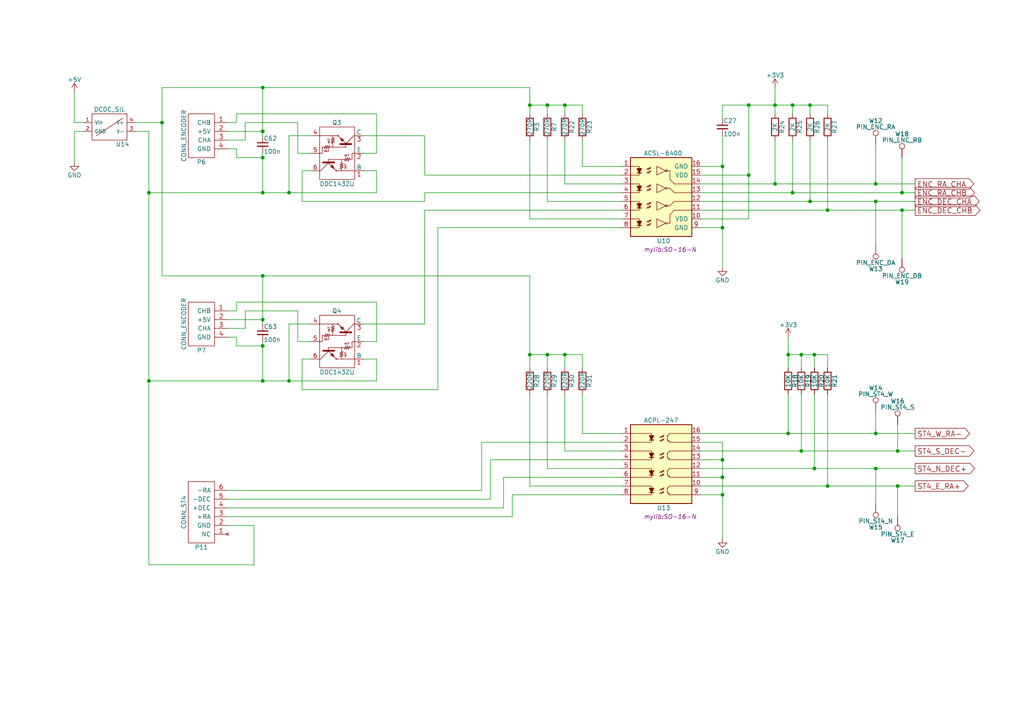
<source format=kicad_sch>
(kicad_sch (version 20231120) (generator "eeschema") (generator_version "8.0")
  (paper "A4")
  (lib_symbols
    (symbol "TEST4-rescue:+3.3V" (power) (pin_names (offset 0))
      (property "Value" "+3.3V" (at 0 3.556 0))
      (symbol "+3.3V_0_1"
        (polyline (pts (xy -0.762 1.27) (xy 0 2.54)))
        (polyline (pts (xy 0 0) (xy 0 2.54)))
        (polyline (pts (xy 0 2.54) (xy 0.762 1.27)))
      )
      (symbol "+3.3V_1_1"
        (pin power_in line (at 0 0 90) (length 0) hide (name "+3V3") (number "1"))
      )
    )
    (symbol "TEST4-rescue:+5V" (power) (pin_names (offset 0))
      (property "Value" "+5V" (at 0 3.556 0))
      (symbol "+5V_0_1"
        (polyline (pts (xy -0.762 1.27) (xy 0 2.54)))
        (polyline (pts (xy 0 0) (xy 0 2.54)))
        (polyline (pts (xy 0 2.54) (xy 0.762 1.27)))
      )
      (symbol "+5V_1_1"
        (pin power_in line (at 0 0 90) (length 0) hide (name "+5V") (number "1"))
      )
    )
    (symbol "TEST4-rescue:ACPL-247" (pin_names (offset 1.016))
      (property "Reference" "U" (at -1.27 -12.7 0))
      (property "Value" "ACPL-247" (at -5.08 12.7 0))
      (property "Footprint" "SO-16-N" (at -5.08 -15.24 0))
      (symbol "ACPL-247_0_1"
        (rectangle (start -8.89 11.43) (end 8.89 -11.43) (stroke (width 0.254)) (fill (type background)))
        (polyline (pts (xy -3.429 -8.255) (xy -2.159 -8.255)) (stroke (width 0.254)))
        (polyline (pts (xy -3.429 -3.175) (xy -2.159 -3.175)) (stroke (width 0.254)))
        (polyline (pts (xy -3.429 1.905) (xy -2.159 1.905)) (stroke (width 0.254)))
        (polyline (pts (xy -3.429 6.985) (xy -2.159 6.985)) (stroke (width 0.254)))
        (polyline (pts (xy 1.778 -6.858) (xy 1.778 -8.382)))
        (polyline (pts (xy 1.778 -1.778) (xy 1.778 -3.302)))
        (polyline (pts (xy 1.778 3.302) (xy 1.778 1.778)))
        (polyline (pts (xy 1.778 6.858) (xy 1.778 8.382)))
        (polyline (pts (xy 2.286 -8.382) (xy 2.286 -8.636) (xy 2.032 -8.636)))
        (polyline (pts (xy 2.286 -3.302) (xy 2.286 -3.556) (xy 2.032 -3.556)))
        (polyline (pts (xy 2.286 1.778) (xy 2.286 1.524) (xy 2.032 1.524)))
        (polyline (pts (xy 2.286 6.858) (xy 2.286 6.604) (xy 2.032 6.604)))
        (polyline (pts (xy -8.89 -6.35) (xy -2.794 -6.35) (xy -2.794 -8.89) (xy -8.89 -8.89)))
        (polyline (pts (xy -8.89 -1.27) (xy -2.794 -1.27) (xy -2.794 -3.81) (xy -8.89 -3.81)))
        (polyline (pts (xy -8.89 3.81) (xy -2.794 3.81) (xy -2.794 1.27) (xy -8.89 1.27)))
        (polyline (pts (xy -8.89 8.89) (xy -2.794 8.89) (xy -2.794 6.35) (xy -8.89 6.35)))
        (polyline (pts (xy -2.794 -8.255) (xy -3.429 -6.985) (xy -2.159 -6.985) (xy -2.794 -8.255)) (stroke (width 0.254)) (fill (type outline)))
        (polyline (pts (xy -2.794 -3.175) (xy -3.429 -1.905) (xy -2.159 -1.905) (xy -2.794 -3.175)) (stroke (width 0.254)) (fill (type outline)))
        (polyline (pts (xy -2.794 1.905) (xy -3.429 3.175) (xy -2.159 3.175) (xy -2.794 1.905)) (stroke (width 0.254)) (fill (type outline)))
        (polyline (pts (xy -2.794 6.985) (xy -3.429 8.255) (xy -2.159 8.255) (xy -2.794 6.985)) (stroke (width 0.254)) (fill (type outline)))
        (polyline (pts (xy -0.508 -7.62) (xy 0.0254 -7.112) (xy 0.0254 -7.62) (xy 0.7874 -6.858)))
        (polyline (pts (xy -0.508 -2.54) (xy 0.0254 -2.032) (xy 0.0254 -2.54) (xy 0.7874 -1.778)))
        (polyline (pts (xy -0.508 2.54) (xy 0.0254 3.048) (xy 0.0254 2.54) (xy 0.7874 3.302)))
        (polyline (pts (xy -0.508 7.62) (xy 0.0254 8.128) (xy 0.0254 7.62) (xy 0.7874 8.382)))
        (polyline (pts (xy 0.7874 -6.858) (xy 0.2794 -7.112) (xy 0.5334 -7.366) (xy 0.7874 -6.858)))
        (polyline (pts (xy 0.7874 -1.778) (xy 0.2794 -2.032) (xy 0.5334 -2.286) (xy 0.7874 -1.778)))
        (polyline (pts (xy 0.7874 3.302) (xy 0.2794 3.048) (xy 0.5334 2.794) (xy 0.7874 3.302)))
        (polyline (pts (xy 0.7874 8.382) (xy 0.2794 8.128) (xy 0.5334 7.874) (xy 0.7874 8.382)))
        (polyline (pts (xy 1.778 2.032) (xy 2.286 1.524) (xy 2.286 1.27) (xy 8.89 1.27)))
        (polyline (pts (xy 1.778 3.048) (xy 2.286 3.556) (xy 2.286 3.81) (xy 8.89 3.81)))
        (polyline (pts (xy 8.89 -8.89) (xy 2.286 -8.89) (xy 2.286 -8.636) (xy 1.778 -8.128)))
        (polyline (pts (xy 8.89 -6.35) (xy 2.286 -6.35) (xy 2.286 -6.604) (xy 1.778 -7.112)))
        (polyline (pts (xy 8.89 -3.81) (xy 2.286 -3.81) (xy 2.286 -3.556) (xy 1.778 -3.048)))
        (polyline (pts (xy 8.89 -1.27) (xy 2.286 -1.27) (xy 2.286 -1.524) (xy 1.778 -2.032)))
        (polyline (pts (xy 8.89 6.35) (xy 2.286 6.35) (xy 2.286 6.604) (xy 1.778 7.112)))
        (polyline (pts (xy 8.89 8.89) (xy 2.286 8.89) (xy 2.286 8.636) (xy 1.778 8.128)))
        (polyline (pts (xy -0.508 -8.636) (xy 0.0254 -8.128) (xy 0.0254 -8.636) (xy 0.7874 -7.874) (xy 0.2794 -8.128) (xy 0.5334 -8.382) (xy 0.7874 -7.874)))
        (polyline (pts (xy -0.508 -3.556) (xy 0.0254 -3.048) (xy 0.0254 -3.556) (xy 0.7874 -2.794) (xy 0.2794 -3.048) (xy 0.5334 -3.302) (xy 0.7874 -2.794)))
        (polyline (pts (xy -0.508 1.524) (xy 0.0254 2.032) (xy 0.0254 1.524) (xy 0.7874 2.286) (xy 0.2794 2.032) (xy 0.5334 1.778) (xy 0.7874 2.286)))
        (polyline (pts (xy -0.508 6.604) (xy 0.0254 7.112) (xy 0.0254 6.604) (xy 0.7874 7.366) (xy 0.2794 7.112) (xy 0.5334 6.858) (xy 0.7874 7.366)))
      )
      (symbol "ACPL-247_1_1"
        (pin passive line (at -11.43 8.89 0) (length 2.54) (name "~") (number "1"))
        (pin passive line (at 11.43 -6.35 180) (length 2.54) (name "~") (number "10"))
        (pin passive line (at 11.43 -3.81 180) (length 2.54) (name "~") (number "11"))
        (pin passive line (at 11.43 -1.27 180) (length 2.54) (name "~") (number "12"))
        (pin passive line (at 11.43 1.27 180) (length 2.54) (name "~") (number "13"))
        (pin passive line (at 11.43 3.81 180) (length 2.54) (name "~") (number "14"))
        (pin passive line (at 11.43 6.35 180) (length 2.54) (name "~") (number "15"))
        (pin passive line (at 11.43 8.89 180) (length 2.54) (name "~") (number "16"))
        (pin passive line (at -11.43 6.35 0) (length 2.54) (name "~") (number "2"))
        (pin passive line (at -11.43 3.81 0) (length 2.54) (name "~") (number "3"))
        (pin passive line (at -11.43 1.27 0) (length 2.54) (name "~") (number "4"))
        (pin passive line (at -11.43 -1.27 0) (length 2.54) (name "~") (number "5"))
        (pin passive line (at -11.43 -3.81 0) (length 2.54) (name "~") (number "6"))
        (pin passive line (at -11.43 -6.35 0) (length 2.54) (name "~") (number "7"))
        (pin passive line (at -11.43 -8.89 0) (length 2.54) (name "~") (number "8"))
        (pin passive line (at 11.43 -8.89 180) (length 2.54) (name "~") (number "9"))
      )
    )
    (symbol "TEST4-rescue:ACSL-6400" (pin_names (offset 1.016))
      (property "Reference" "U" (at -1.27 -12.7 0))
      (property "Value" "ACSL-6400" (at -5.08 12.7 0))
      (property "Footprint" "SO-16-N" (at -5.08 -15.24 0))
      (symbol "ACSL-6400_0_1"
        (rectangle (start -8.89 11.43) (end 8.89 -11.43) (stroke (width 0.254)) (fill (type background)))
        (polyline (pts (xy -6.985 -8.255) (xy -5.715 -8.255)) (stroke (width 0.254)))
        (polyline (pts (xy -6.985 -3.175) (xy -5.715 -3.175)) (stroke (width 0.254)))
        (polyline (pts (xy -6.985 1.905) (xy -5.715 1.905)) (stroke (width 0.254)))
        (polyline (pts (xy -6.985 6.985) (xy -5.715 6.985)) (stroke (width 0.254)))
        (polyline (pts (xy -8.89 -6.35) (xy -6.35 -6.35) (xy -6.35 -8.89) (xy -8.89 -8.89)))
        (polyline (pts (xy -8.89 -1.27) (xy -6.35 -1.27) (xy -6.35 -3.81) (xy -8.89 -3.81)))
        (polyline (pts (xy -8.89 3.81) (xy -6.35 3.81) (xy -6.35 1.27) (xy -8.89 1.27)))
        (polyline (pts (xy -8.89 8.89) (xy -6.35 8.89) (xy -6.35 6.35) (xy -8.89 6.35)))
        (polyline (pts (xy -6.35 -8.255) (xy -6.985 -6.985) (xy -5.715 -6.985) (xy -6.35 -8.255)) (stroke (width 0.254)) (fill (type outline)))
        (polyline (pts (xy -6.35 -3.175) (xy -6.985 -1.905) (xy -5.715 -1.905) (xy -6.35 -3.175)) (stroke (width 0.254)) (fill (type outline)))
        (polyline (pts (xy -6.35 1.905) (xy -6.985 3.175) (xy -5.715 3.175) (xy -6.35 1.905)) (stroke (width 0.254)) (fill (type outline)))
        (polyline (pts (xy -6.35 6.985) (xy -6.985 8.255) (xy -5.715 8.255) (xy -6.35 6.985)) (stroke (width 0.254)) (fill (type outline)))
        (polyline (pts (xy -4.318 -7.366) (xy -3.7846 -6.858) (xy -3.7846 -7.366) (xy -3.0226 -6.604)))
        (polyline (pts (xy -4.318 -2.286) (xy -3.7846 -1.778) (xy -3.7846 -2.286) (xy -3.0226 -1.524)))
        (polyline (pts (xy -4.318 2.794) (xy -3.7846 3.302) (xy -3.7846 2.794) (xy -3.0226 3.556)))
        (polyline (pts (xy -4.318 7.874) (xy -3.7846 8.382) (xy -3.7846 7.874) (xy -3.0226 8.636)))
        (polyline (pts (xy -3.0226 -6.604) (xy -3.5306 -6.858) (xy -3.2766 -7.112) (xy -3.0226 -6.604)))
        (polyline (pts (xy -3.0226 -1.524) (xy -3.5306 -1.778) (xy -3.2766 -2.032) (xy -3.0226 -1.524)))
        (polyline (pts (xy -3.0226 3.556) (xy -3.5306 3.302) (xy -3.2766 3.048) (xy -3.0226 3.556)))
        (polyline (pts (xy -3.0226 8.636) (xy -3.5306 8.382) (xy -3.2766 8.128) (xy -3.0226 8.636)))
        (polyline (pts (xy -1.27 -6.35) (xy -1.27 -8.89) (xy 1.27 -7.62) (xy -1.27 -6.35)))
        (polyline (pts (xy -1.27 -1.27) (xy -1.27 -3.81) (xy 1.27 -2.54) (xy -1.27 -1.27)))
        (polyline (pts (xy -1.27 3.81) (xy 1.27 2.54) (xy -1.27 1.27) (xy -1.27 3.81)))
        (polyline (pts (xy -1.27 8.89) (xy -1.27 6.35) (xy 1.27 7.62) (xy -1.27 8.89)))
        (polyline (pts (xy 1.778 -2.54) (xy 2.54 -2.54) (xy 3.81 -1.27) (xy 8.89 -1.27)))
        (polyline (pts (xy 1.778 2.54) (xy 2.54 2.54) (xy 3.81 1.27) (xy 8.89 1.27)))
        (polyline (pts (xy 1.778 -7.62) (xy 2.54 -7.62) (xy 2.54 -5.08) (xy 3.81 -3.81) (xy 8.89 -3.81)))
        (polyline (pts (xy 1.778 7.62) (xy 2.54 7.62) (xy 2.54 5.08) (xy 3.81 3.81) (xy 8.89 3.81)))
        (polyline (pts (xy -4.318 -8.382) (xy -3.7846 -7.874) (xy -3.7846 -8.382) (xy -3.0226 -7.62) (xy -3.5306 -7.874) (xy -3.2766 -8.128) (xy -3.0226 -7.62)))
        (polyline (pts (xy -4.318 -3.302) (xy -3.7846 -2.794) (xy -3.7846 -3.302) (xy -3.0226 -2.54) (xy -3.5306 -2.794) (xy -3.2766 -3.048) (xy -3.0226 -2.54)))
        (polyline (pts (xy -4.318 1.778) (xy -3.7846 2.286) (xy -3.7846 1.778) (xy -3.0226 2.54) (xy -3.5306 2.286) (xy -3.2766 2.032) (xy -3.0226 2.54)))
        (polyline (pts (xy -4.318 6.858) (xy -3.7846 7.366) (xy -3.7846 6.858) (xy -3.0226 7.62) (xy -3.5306 7.366) (xy -3.2766 7.112) (xy -3.0226 7.62)))
        (circle (center 1.524 -7.62) (radius 0.254))
        (circle (center 1.524 -2.54) (radius 0.254))
        (circle (center 1.524 -2.54) (radius 0.254))
        (circle (center 1.524 2.54) (radius 0.254))
        (circle (center 1.524 7.62) (radius 0.254))
        (circle (center 1.524 7.62) (radius 0.254))
      )
      (symbol "ACSL-6400_1_1"
        (pin passive line (at -11.43 8.89 0) (length 2.54) (name "~") (number "1"))
        (pin power_in line (at 11.43 -6.35 180) (length 2.54) (name "VDD") (number "10"))
        (pin output line (at 11.43 -3.81 180) (length 2.54) (name "~") (number "11"))
        (pin output line (at 11.43 -1.27 180) (length 2.54) (name "~") (number "12"))
        (pin output line (at 11.43 1.27 180) (length 2.54) (name "~") (number "13"))
        (pin output line (at 11.43 3.81 180) (length 2.54) (name "~") (number "14"))
        (pin power_in line (at 11.43 6.35 180) (length 2.54) (name "VDD") (number "15"))
        (pin power_in line (at 11.43 8.89 180) (length 2.54) (name "GND") (number "16"))
        (pin passive line (at -11.43 6.35 0) (length 2.54) (name "~") (number "2"))
        (pin passive line (at -11.43 3.81 0) (length 2.54) (name "~") (number "3"))
        (pin passive line (at -11.43 1.27 0) (length 2.54) (name "~") (number "4"))
        (pin passive line (at -11.43 -1.27 0) (length 2.54) (name "~") (number "5"))
        (pin passive line (at -11.43 -3.81 0) (length 2.54) (name "~") (number "6"))
        (pin passive line (at -11.43 -6.35 0) (length 2.54) (name "~") (number "7"))
        (pin passive line (at -11.43 -8.89 0) (length 2.54) (name "~") (number "8"))
        (pin power_in line (at 11.43 -8.89 180) (length 2.54) (name "GND") (number "9"))
      )
    )
    (symbol "TEST4-rescue:CONN_ENCODER" (pin_names (offset 1.016))
      (property "Reference" "P" (at 0 -7.62 0))
      (property "Value" "CONN_ENCODER" (at -5.08 0 90))
      (symbol "CONN_ENCODER_0_1"
        (rectangle (start -3.81 6.35) (end 3.81 -6.35))
      )
      (symbol "CONN_ENCODER_1_1"
        (pin output line (at 7.62 3.81 180) (length 3.81) (name "CHB") (number "1"))
        (pin power_in line (at 7.62 1.27 180) (length 3.81) (name "+5V") (number "2"))
        (pin output line (at 7.62 -1.27 180) (length 3.81) (name "CHA") (number "3"))
        (pin power_in line (at 7.62 -3.81 180) (length 3.81) (name "GND") (number "4"))
      )
    )
    (symbol "TEST4-rescue:CONN_ST4" (pin_names (offset 1.016))
      (property "Reference" "P" (at 0 -10.16 0))
      (property "Value" "CONN_ST4" (at -5.08 0 90))
      (symbol "CONN_ST4_0_1"
        (rectangle (start -3.81 8.89) (end 3.81 -8.89))
      )
      (symbol "CONN_ST4_1_1"
        (pin no_connect line (at 7.62 -6.35 180) (length 3.81) (name "NC") (number "1"))
        (pin power_in line (at 7.62 -3.81 180) (length 3.81) (name "GND") (number "2"))
        (pin output line (at 7.62 -1.27 180) (length 3.81) (name "+RA") (number "3"))
        (pin output line (at 7.62 1.27 180) (length 3.81) (name "+DEC") (number "4"))
        (pin output line (at 7.62 3.81 180) (length 3.81) (name "-DEC") (number "5"))
        (pin output line (at 7.62 6.35 180) (length 3.81) (name "-RA") (number "6"))
      )
    )
    (symbol "TEST4-rescue:C_Small" (pin_numbers hide) (pin_names (offset 0.254) hide)
      (property "Reference" "C" (at 0.254 1.778 0))
      (property "Value" "C_Small" (at 0.254 -2.032 0))
      (symbol "C_Small_0_1"
        (polyline (pts (xy -1.524 -0.508) (xy 1.524 -0.508)) (stroke (width 0.3302)))
        (polyline (pts (xy -1.524 0.508) (xy 1.524 0.508)) (stroke (width 0.3048)))
      )
      (symbol "C_Small_1_1"
        (pin passive line (at 0 2.54 270) (length 2.032) (name "~") (number "1"))
        (pin passive line (at 0 -2.54 90) (length 2.032) (name "~") (number "2"))
      )
    )
    (symbol "TEST4-rescue:DCDC_SIL" (pin_names (offset 0.762))
      (property "Reference" "U" (at 3.81 -4.9784 0))
      (property "Value" "DCDC_SIL" (at 0 5.08 0))
      (symbol "DCDC_SIL_0_1"
        (rectangle (start -5.08 -3.81) (end 5.08 3.81))
        (polyline (pts (xy 3.81 2.54) (xy -3.81 -2.54)))
      )
      (symbol "DCDC_SIL_1_1"
        (pin power_in line (at -7.62 1.27 0) (length 2.54) (name "Vin") (number "1"))
        (pin power_in line (at -7.62 -1.27 0) (length 2.54) (name "GND") (number "2"))
        (pin power_out line (at 7.62 -1.27 180) (length 2.54) (name "V-") (number "3"))
        (pin power_out line (at 7.62 1.27 180) (length 2.54) (name "V+") (number "4"))
      )
    )
    (symbol "TEST4-rescue:DDC143ZU" (pin_names (offset 0))
      (property "Reference" "Q" (at -1.27 -8.89 0))
      (property "Value" "DDC143ZU" (at -5.08 8.89 0))
      (symbol "DDC143ZU_0_0"
        (text "4k7" (at -2.794 0.635 0) (effects (font (size 0.508 0.508))))
        (text "4k7" (at -2.413 3.81 900) (effects (font (size 0.508 0.508))))
        (text "4k7" (at 2.413 -3.556 900) (effects (font (size 0.508 0.508))))
        (text "4k7" (at 3.048 -0.635 0) (effects (font (size 0.508 0.508))))
      )
      (symbol "DDC143ZU_0_1"
        (rectangle (start -5.08 7.62) (end 5.08 -7.62))
        (circle (center -0.254 -5.08) (radius 0.127))
        (polyline (pts (xy -4.826 -5.08) (xy -5.08 -5.08)))
        (polyline (pts (xy -4.064 -2.667) (xy -0.889 -2.667)) (stroke (width 0.508)) (fill (type outline)))
        (polyline (pts (xy -2.54 -1.778) (xy -2.54 -2.54)))
        (polyline (pts (xy -2.286 -2.54) (xy -4.826 -5.08)))
        (polyline (pts (xy -1.27 1.778) (xy -1.27 3.048)))
        (polyline (pts (xy -0.254 -5.08) (xy 5.08 -5.08)))
        (polyline (pts (xy 0.254 5.08) (xy -5.08 5.08)))
        (polyline (pts (xy 1.27 -3.048) (xy 1.27 -1.778)))
        (polyline (pts (xy 2.286 2.54) (xy 4.826 5.08)))
        (polyline (pts (xy 2.54 1.778) (xy 2.54 2.54)))
        (polyline (pts (xy 4.064 2.667) (xy 0.889 2.667)) (stroke (width 0.508)) (fill (type outline)))
        (polyline (pts (xy 4.826 5.08) (xy 5.08 5.08)))
        (polyline (pts (xy -4.318 1.778) (xy -4.318 0) (xy -5.08 0)))
        (polyline (pts (xy -0.254 -5.08) (xy -2.794 -2.54) (xy -2.794 -2.54)))
        (polyline (pts (xy 0.254 5.08) (xy 2.794 2.54) (xy 2.794 2.54)))
        (polyline (pts (xy 5.08 0) (xy 4.318 0) (xy 4.318 -1.778)))
        (polyline (pts (xy -1.397 -3.429) (xy -1.905 -3.937) (xy -0.889 -4.445) (xy -1.397 -3.429)) (fill (type outline)))
        (polyline (pts (xy 1.397 3.429) (xy 1.905 3.937) (xy 0.889 4.445) (xy 1.397 3.429)) (fill (type outline)))
        (polyline (pts (xy -1.27 5.08) (xy -1.27 4.445) (xy -0.762 4.318) (xy -1.778 4.064) (xy -0.762 3.81) (xy -1.778 3.556) (xy -0.762 3.302) (xy -1.778 3.048) (xy -1.27 2.921)))
        (polyline (pts (xy 1.27 -5.08) (xy 1.27 -4.445) (xy 0.762 -4.318) (xy 1.778 -4.064) (xy 0.762 -3.81) (xy 1.778 -3.556) (xy 0.762 -3.302) (xy 1.778 -3.048) (xy 1.27 -2.921)))
        (polyline (pts (xy -4.318 1.778) (xy -3.683 1.778) (xy -3.556 1.27) (xy -3.302 2.286) (xy -3.048 1.27) (xy -2.794 2.286) (xy -2.54 1.27) (xy -2.286 2.286) (xy -2.159 1.778) (xy 2.54 1.778)))
        (polyline (pts (xy 4.318 -1.778) (xy 3.683 -1.778) (xy 3.556 -1.27) (xy 3.302 -2.286) (xy 3.048 -1.27) (xy 2.794 -2.286) (xy 2.54 -1.27) (xy 2.286 -2.286) (xy 2.159 -1.778) (xy -2.54 -1.778)))
        (circle (center 0.254 5.08) (radius 0.127))
      )
      (symbol "DDC143ZU_1_1"
        (pin input line (at -7.62 5.08 0) (length 2.54) (name "B") (number "1"))
        (pin passive line (at -7.62 0 0) (length 2.54) (name "E") (number "2"))
        (pin passive line (at -7.62 -5.08 0) (length 2.54) (name "C") (number "3"))
        (pin passive line (at 7.62 -5.08 180) (length 2.54) (name "~") (number "4"))
        (pin passive line (at 7.62 0 180) (length 2.54) (name "~") (number "5"))
        (pin passive line (at 7.62 5.08 180) (length 2.54) (name "~") (number "6"))
      )
    )
    (symbol "TEST4-rescue:GND" (power) (pin_names (offset 0))
      (property "Value" "GND" (at 0 -3.81 0))
      (symbol "GND_0_1"
        (polyline (pts (xy 0 0) (xy 0 -1.27) (xy 1.27 -1.27) (xy 0 -2.54) (xy -1.27 -1.27) (xy 0 -1.27)))
      )
      (symbol "GND_1_1"
        (pin power_in line (at 0 0 270) (length 0) hide (name "GND") (number "1"))
      )
    )
    (symbol "TEST4-rescue:R" (pin_numbers hide) (pin_names (offset 0))
      (property "Reference" "R" (at 2.032 0 90))
      (property "Value" "R" (at 0 0 90))
      (symbol "R_0_1"
        (rectangle (start -1.016 -2.54) (end 1.016 2.54) (stroke (width 0.254)))
      )
      (symbol "R_1_1"
        (pin passive line (at 0 3.81 270) (length 1.27) (name "~") (number "1"))
        (pin passive line (at 0 -3.81 90) (length 1.27) (name "~") (number "2"))
      )
    )
    (symbol "TEST4-rescue:TEST_1P" (pin_numbers hide) (pin_names (offset 0.762) hide)
      (property "Reference" "W" (at 0 6.858 0))
      (property "Value" "TEST_1P" (at 0 5.08 0))
      (symbol "TEST_1P_0_1"
        (circle (center 0 3.302) (radius 0.762))
      )
      (symbol "TEST_1P_1_1"
        (pin passive line (at 0 0 90) (length 2.54) (name "1") (number "1"))
      )
    )
  )
  (junction (at 254 58.42))
  (junction (at 261.62 60.96))
  (junction (at 83.82 110.49))
  (junction (at 158.75 102.87))
  (junction (at 76.2 45.72))
  (junction (at 76.2 55.88))
  (junction (at 228.6 125.73))
  (junction (at 232.41 102.87))
  (junction (at 209.55 133.35))
  (junction (at 254 53.34))
  (junction (at 158.75 30.48))
  (junction (at 217.17 50.8))
  (junction (at 229.87 30.48))
  (junction (at 217.17 30.48))
  (junction (at 46.99 35.56))
  (junction (at 234.95 58.42))
  (junction (at 240.03 60.96))
  (junction (at 153.67 102.87))
  (junction (at 261.62 55.88))
  (junction (at 153.67 30.48))
  (junction (at 43.18 55.88))
  (junction (at 76.2 25.4))
  (junction (at 254 135.89))
  (junction (at 209.55 66.04))
  (junction (at 76.2 110.49))
  (junction (at 76.2 100.33))
  (junction (at 228.6 102.87))
  (junction (at 209.55 48.26))
  (junction (at 260.35 140.97))
  (junction (at 76.2 92.71))
  (junction (at 254 125.73))
  (junction (at 234.95 30.48))
  (junction (at 76.2 80.01))
  (junction (at 232.41 130.81))
  (junction (at 236.22 135.89))
  (junction (at 209.55 143.51))
  (junction (at 236.22 102.87))
  (junction (at 240.03 140.97))
  (junction (at 43.18 110.49))
  (junction (at 163.83 102.87))
  (junction (at 224.79 30.48))
  (junction (at 260.35 130.81))
  (junction (at 83.82 55.88))
  (junction (at 224.79 53.34))
  (junction (at 229.87 55.88))
  (junction (at 76.2 38.1))
  (junction (at 209.55 138.43))
  (junction (at 163.83 30.48))
  (wire (pts (xy 232.41 102.87) (xy 232.41 106.68)))
  (wire (pts (xy 123.19 60.96) (xy 180.34 60.96)))
  (wire (pts (xy 209.55 66.04) (xy 209.55 77.47)))
  (wire (pts (xy 76.2 25.4) (xy 153.67 25.4)))
  (wire (pts (xy 217.17 50.8) (xy 203.2 50.8)))
  (wire (pts (xy 66.04 90.17) (xy 68.58 90.17)))
  (wire (pts (xy 158.75 135.89) (xy 180.34 135.89)))
  (wire (pts (xy 163.83 130.81) (xy 180.34 130.81)))
  (wire (pts (xy 83.82 55.88) (xy 76.2 55.88)))
  (wire (pts (xy 240.03 114.3) (xy 240.03 140.97)))
  (wire (pts (xy 105.41 104.14) (xy 109.22 104.14)))
  (wire (pts (xy 240.03 40.64) (xy 240.03 60.96)))
  (wire (pts (xy 76.2 110.49) (xy 43.18 110.49)))
  (wire (pts (xy 163.83 33.02) (xy 163.83 30.48)))
  (wire (pts (xy 90.17 104.14) (xy 87.63 104.14)))
  (wire (pts (xy 127 66.04) (xy 127 113.03)))
  (wire (pts (xy 180.34 66.04) (xy 127 66.04)))
  (wire (pts (xy 153.67 102.87) (xy 158.75 102.87)))
  (wire (pts (xy 261.62 60.96) (xy 265.43 60.96)))
  (wire (pts (xy 109.22 55.88) (xy 83.82 55.88)))
  (wire (pts (xy 76.2 45.72) (xy 76.2 55.88)))
  (wire (pts (xy 68.58 43.18) (xy 68.58 45.72)))
  (wire (pts (xy 146.05 147.32) (xy 146.05 138.43)))
  (wire (pts (xy 229.87 55.88) (xy 261.62 55.88)))
  (wire (pts (xy 109.22 104.14) (xy 109.22 110.49)))
  (wire (pts (xy 109.22 44.45) (xy 105.41 44.45)))
  (wire (pts (xy 68.58 90.17) (xy 68.58 87.63)))
  (wire (pts (xy 228.6 102.87) (xy 232.41 102.87)))
  (wire (pts (xy 83.82 93.98) (xy 83.82 110.49)))
  (wire (pts (xy 163.83 53.34) (xy 180.34 53.34)))
  (wire (pts (xy 224.79 25.4) (xy 224.79 30.48)))
  (wire (pts (xy 24.13 38.1) (xy 21.59 38.1)))
  (wire (pts (xy 209.55 66.04) (xy 203.2 66.04)))
  (wire (pts (xy 87.63 49.53) (xy 87.63 58.42)))
  (wire (pts (xy 109.22 33.02) (xy 68.58 33.02)))
  (wire (pts (xy 146.05 138.43) (xy 180.34 138.43)))
  (wire (pts (xy 234.95 40.64) (xy 234.95 58.42)))
  (wire (pts (xy 46.99 35.56) (xy 46.99 80.01)))
  (wire (pts (xy 153.67 80.01) (xy 153.67 102.87)))
  (wire (pts (xy 123.19 39.37) (xy 123.19 50.8)))
  (wire (pts (xy 209.55 30.48) (xy 217.17 30.48)))
  (wire (pts (xy 76.2 44.45) (xy 76.2 45.72)))
  (wire (pts (xy 203.2 143.51) (xy 209.55 143.51)))
  (wire (pts (xy 261.62 55.88) (xy 265.43 55.88)))
  (wire (pts (xy 158.75 114.3) (xy 158.75 135.89)))
  (wire (pts (xy 109.22 110.49) (xy 83.82 110.49)))
  (wire (pts (xy 43.18 163.83) (xy 73.66 163.83)))
  (wire (pts (xy 229.87 30.48) (xy 234.95 30.48)))
  (wire (pts (xy 109.22 99.06) (xy 105.41 99.06)))
  (wire (pts (xy 142.24 133.35) (xy 180.34 133.35)))
  (wire (pts (xy 76.2 80.01) (xy 153.67 80.01)))
  (wire (pts (xy 203.2 130.81) (xy 232.41 130.81)))
  (wire (pts (xy 76.2 92.71) (xy 76.2 93.98)))
  (wire (pts (xy 224.79 30.48) (xy 224.79 33.02)))
  (wire (pts (xy 148.59 143.51) (xy 180.34 143.51)))
  (wire (pts (xy 240.03 60.96) (xy 261.62 60.96)))
  (wire (pts (xy 109.22 87.63) (xy 109.22 99.06)))
  (wire (pts (xy 153.67 102.87) (xy 153.67 106.68)))
  (wire (pts (xy 254 71.12) (xy 254 58.42)))
  (wire (pts (xy 254 119.38) (xy 254 125.73)))
  (wire (pts (xy 203.2 133.35) (xy 209.55 133.35)))
  (wire (pts (xy 254 53.34) (xy 265.43 53.34)))
  (wire (pts (xy 71.12 95.25) (xy 71.12 90.17)))
  (wire (pts (xy 217.17 30.48) (xy 217.17 50.8)))
  (wire (pts (xy 87.63 113.03) (xy 127 113.03)))
  (wire (pts (xy 240.03 30.48) (xy 240.03 33.02)))
  (wire (pts (xy 217.17 50.8) (xy 217.17 63.5)))
  (wire (pts (xy 68.58 100.33) (xy 68.58 97.79)))
  (wire (pts (xy 66.04 149.86) (xy 148.59 149.86)))
  (wire (pts (xy 158.75 102.87) (xy 163.83 102.87)))
  (wire (pts (xy 240.03 140.97) (xy 260.35 140.97)))
  (wire (pts (xy 180.34 48.26) (xy 168.91 48.26)))
  (wire (pts (xy 229.87 30.48) (xy 229.87 33.02)))
  (wire (pts (xy 21.59 35.56) (xy 24.13 35.56)))
  (wire (pts (xy 217.17 63.5) (xy 203.2 63.5)))
  (wire (pts (xy 66.04 152.4) (xy 73.66 152.4)))
  (wire (pts (xy 209.55 128.27) (xy 209.55 133.35)))
  (wire (pts (xy 163.83 102.87) (xy 163.83 106.68)))
  (wire (pts (xy 153.67 25.4) (xy 153.67 30.48)))
  (wire (pts (xy 66.04 142.24) (xy 139.7 142.24)))
  (wire (pts (xy 234.95 30.48) (xy 234.95 33.02)))
  (wire (pts (xy 209.55 48.26) (xy 209.55 66.04)))
  (wire (pts (xy 83.82 110.49) (xy 76.2 110.49)))
  (wire (pts (xy 158.75 30.48) (xy 158.75 33.02)))
  (wire (pts (xy 46.99 25.4) (xy 46.99 35.56)))
  (wire (pts (xy 260.35 123.19) (xy 260.35 130.81)))
  (wire (pts (xy 21.59 38.1) (xy 21.59 46.99)))
  (wire (pts (xy 86.36 90.17) (xy 86.36 99.06)))
  (wire (pts (xy 86.36 44.45) (xy 90.17 44.45)))
  (wire (pts (xy 43.18 55.88) (xy 43.18 110.49)))
  (wire (pts (xy 224.79 30.48) (xy 229.87 30.48)))
  (wire (pts (xy 148.59 149.86) (xy 148.59 143.51)))
  (wire (pts (xy 76.2 55.88) (xy 43.18 55.88)))
  (wire (pts (xy 66.04 43.18) (xy 68.58 43.18)))
  (wire (pts (xy 123.19 93.98) (xy 123.19 60.96)))
  (wire (pts (xy 153.67 140.97) (xy 180.34 140.97)))
  (wire (pts (xy 217.17 30.48) (xy 224.79 30.48)))
  (wire (pts (xy 71.12 40.64) (xy 71.12 35.56)))
  (wire (pts (xy 158.75 102.87) (xy 158.75 106.68)))
  (wire (pts (xy 46.99 80.01) (xy 76.2 80.01)))
  (wire (pts (xy 109.22 33.02) (xy 109.22 44.45)))
  (wire (pts (xy 203.2 60.96) (xy 240.03 60.96)))
  (wire (pts (xy 39.37 38.1) (xy 43.18 38.1)))
  (wire (pts (xy 168.91 125.73) (xy 180.34 125.73)))
  (wire (pts (xy 68.58 35.56) (xy 66.04 35.56)))
  (wire (pts (xy 168.91 48.26) (xy 168.91 40.64)))
  (wire (pts (xy 66.04 95.25) (xy 71.12 95.25)))
  (wire (pts (xy 163.83 114.3) (xy 163.83 130.81)))
  (wire (pts (xy 168.91 30.48) (xy 168.91 33.02)))
  (wire (pts (xy 168.91 114.3) (xy 168.91 125.73)))
  (wire (pts (xy 153.67 63.5) (xy 180.34 63.5)))
  (wire (pts (xy 203.2 55.88) (xy 229.87 55.88)))
  (wire (pts (xy 66.04 147.32) (xy 146.05 147.32)))
  (wire (pts (xy 68.58 33.02) (xy 68.58 35.56)))
  (wire (pts (xy 76.2 38.1) (xy 76.2 39.37)))
  (wire (pts (xy 83.82 39.37) (xy 83.82 55.88)))
  (wire (pts (xy 76.2 38.1) (xy 66.04 38.1)))
  (wire (pts (xy 203.2 140.97) (xy 240.03 140.97)))
  (wire (pts (xy 142.24 144.78) (xy 142.24 133.35)))
  (wire (pts (xy 236.22 102.87) (xy 236.22 106.68)))
  (wire (pts (xy 254 135.89) (xy 265.43 135.89)))
  (wire (pts (xy 236.22 102.87) (xy 240.03 102.87)))
  (wire (pts (xy 71.12 40.64) (xy 66.04 40.64)))
  (wire (pts (xy 203.2 128.27) (xy 209.55 128.27)))
  (wire (pts (xy 209.55 133.35) (xy 209.55 138.43)))
  (wire (pts (xy 153.67 40.64) (xy 153.67 63.5)))
  (wire (pts (xy 86.36 35.56) (xy 86.36 44.45)))
  (wire (pts (xy 90.17 39.37) (xy 83.82 39.37)))
  (wire (pts (xy 68.58 87.63) (xy 109.22 87.63)))
  (wire (pts (xy 153.67 114.3) (xy 153.67 140.97)))
  (wire (pts (xy 261.62 74.93) (xy 261.62 60.96)))
  (wire (pts (xy 153.67 30.48) (xy 158.75 30.48)))
  (wire (pts (xy 209.55 138.43) (xy 209.55 143.51)))
  (wire (pts (xy 139.7 142.24) (xy 139.7 128.27)))
  (wire (pts (xy 68.58 97.79) (xy 66.04 97.79)))
  (wire (pts (xy 236.22 114.3) (xy 236.22 135.89)))
  (wire (pts (xy 39.37 35.56) (xy 46.99 35.56)))
  (wire (pts (xy 76.2 99.06) (xy 76.2 100.33)))
  (wire (pts (xy 43.18 110.49) (xy 43.18 163.83)))
  (wire (pts (xy 254 58.42) (xy 265.43 58.42)))
  (wire (pts (xy 66.04 144.78) (xy 142.24 144.78)))
  (wire (pts (xy 228.6 102.87) (xy 228.6 106.68)))
  (wire (pts (xy 109.22 49.53) (xy 109.22 55.88)))
  (wire (pts (xy 224.79 40.64) (xy 224.79 53.34)))
  (wire (pts (xy 87.63 104.14) (xy 87.63 113.03)))
  (wire (pts (xy 123.19 55.88) (xy 180.34 55.88)))
  (wire (pts (xy 71.12 35.56) (xy 86.36 35.56)))
  (wire (pts (xy 105.41 39.37) (xy 123.19 39.37)))
  (wire (pts (xy 254 146.05) (xy 254 135.89)))
  (wire (pts (xy 203.2 135.89) (xy 236.22 135.89)))
  (wire (pts (xy 209.55 30.48) (xy 209.55 34.29)))
  (wire (pts (xy 229.87 40.64) (xy 229.87 55.88)))
  (wire (pts (xy 163.83 30.48) (xy 168.91 30.48)))
  (wire (pts (xy 76.2 25.4) (xy 76.2 38.1)))
  (wire (pts (xy 87.63 58.42) (xy 123.19 58.42)))
  (wire (pts (xy 209.55 48.26) (xy 203.2 48.26)))
  (wire (pts (xy 105.41 93.98) (xy 123.19 93.98)))
  (wire (pts (xy 260.35 130.81) (xy 265.43 130.81)))
  (wire (pts (xy 203.2 53.34) (xy 224.79 53.34)))
  (wire (pts (xy 76.2 92.71) (xy 66.04 92.71)))
  (wire (pts (xy 232.41 130.81) (xy 260.35 130.81)))
  (wire (pts (xy 105.41 49.53) (xy 109.22 49.53)))
  (wire (pts (xy 139.7 128.27) (xy 180.34 128.27)))
  (wire (pts (xy 234.95 58.42) (xy 254 58.42)))
  (wire (pts (xy 228.6 97.79) (xy 228.6 102.87)))
  (wire (pts (xy 163.83 40.64) (xy 163.83 53.34)))
  (wire (pts (xy 46.99 25.4) (xy 76.2 25.4)))
  (wire (pts (xy 73.66 152.4) (xy 73.66 163.83)))
  (wire (pts (xy 76.2 80.01) (xy 76.2 92.71)))
  (wire (pts (xy 123.19 50.8) (xy 180.34 50.8)))
  (wire (pts (xy 153.67 30.48) (xy 153.67 33.02)))
  (wire (pts (xy 232.41 102.87) (xy 236.22 102.87)))
  (wire (pts (xy 68.58 45.72) (xy 76.2 45.72)))
  (wire (pts (xy 234.95 30.48) (xy 240.03 30.48)))
  (wire (pts (xy 21.59 26.67) (xy 21.59 35.56)))
  (wire (pts (xy 260.35 149.86) (xy 260.35 140.97)))
  (wire (pts (xy 228.6 114.3) (xy 228.6 125.73)))
  (wire (pts (xy 203.2 58.42) (xy 234.95 58.42)))
  (wire (pts (xy 68.58 100.33) (xy 76.2 100.33)))
  (wire (pts (xy 90.17 93.98) (xy 83.82 93.98)))
  (wire (pts (xy 232.41 114.3) (xy 232.41 130.81)))
  (wire (pts (xy 76.2 100.33) (xy 76.2 110.49)))
  (wire (pts (xy 209.55 39.37) (xy 209.55 48.26)))
  (wire (pts (xy 236.22 135.89) (xy 254 135.89)))
  (wire (pts (xy 254 125.73) (xy 265.43 125.73)))
  (wire (pts (xy 43.18 38.1) (xy 43.18 55.88)))
  (wire (pts (xy 163.83 102.87) (xy 168.91 102.87)))
  (wire (pts (xy 90.17 49.53) (xy 87.63 49.53)))
  (wire (pts (xy 203.2 138.43) (xy 209.55 138.43)))
  (wire (pts (xy 228.6 125.73) (xy 254 125.73)))
  (wire (pts (xy 261.62 45.72) (xy 261.62 55.88)))
  (wire (pts (xy 260.35 140.97) (xy 265.43 140.97)))
  (wire (pts (xy 168.91 102.87) (xy 168.91 106.68)))
  (wire (pts (xy 240.03 102.87) (xy 240.03 106.68)))
  (wire (pts (xy 203.2 125.73) (xy 228.6 125.73)))
  (wire (pts (xy 158.75 30.48) (xy 163.83 30.48)))
  (wire (pts (xy 224.79 53.34) (xy 254 53.34)))
  (wire (pts (xy 123.19 58.42) (xy 123.19 55.88)))
  (wire (pts (xy 71.12 90.17) (xy 86.36 90.17)))
  (wire (pts (xy 209.55 143.51) (xy 209.55 156.21)))
  (wire (pts (xy 254 41.91) (xy 254 53.34)))
  (wire (pts (xy 158.75 40.64) (xy 158.75 58.42)))
  (wire (pts (xy 86.36 99.06) (xy 90.17 99.06)))
  (wire (pts (xy 158.75 58.42) (xy 180.34 58.42)))
  (global_label "ST4_W_RA-" (shape output) (at 265.43 125.73 0) (effects (font (size 1.524 1.524))) (property "Intersheetrefs" "${INTERSHEET_REFS}" (effects (hide yes))))
  (global_label "ENC_RA_CHB" (shape output) (at 265.43 55.88 0) (effects (font (size 1.524 1.524))) (property "Intersheetrefs" "${INTERSHEET_REFS}" (effects (hide yes))))
  (global_label "ST4_S_DEC-" (shape output) (at 265.43 130.81 0) (effects (font (size 1.524 1.524))) (property "Intersheetrefs" "${INTERSHEET_REFS}" (effects (hide yes))))
  (global_label "ENC_DEC_CHA" (shape output) (at 265.43 58.42 0) (effects (font (size 1.524 1.524))) (property "Intersheetrefs" "${INTERSHEET_REFS}" (effects (hide yes))))
  (global_label "ENC_DEC_CHB" (shape output) (at 265.43 60.96 0) (effects (font (size 1.524 1.524))) (property "Intersheetrefs" "${INTERSHEET_REFS}" (effects (hide yes))))
  (global_label "ST4_E_RA+" (shape output) (at 265.43 140.97 0) (effects (font (size 1.524 1.524))) (property "Intersheetrefs" "${INTERSHEET_REFS}" (effects (hide yes))))
  (global_label "ST4_N_DEC+" (shape output) (at 265.43 135.89 0) (effects (font (size 1.524 1.524))) (property "Intersheetrefs" "${INTERSHEET_REFS}" (effects (hide yes))))
  (global_label "ENC_RA_CHA" (shape output) (at 265.43 53.34 0) (effects (font (size 1.524 1.524))) (property "Intersheetrefs" "${INTERSHEET_REFS}" (effects (hide yes))))
  (symbol (lib_name "TEST4-rescue:CONN_ENCODER") (lib_id "TEST4-rescue:CONN_ENCODER") (at 58.42 39.37 0) (unit 1)
    (property "Reference" "P6" (at 58.42 46.99 0))
    (property "Value" "CONN_ENCODER" (at 53.34 39.37 90))
    (property "Footprint" "mylib:Conn_Modular_4" (effects (hide yes)))
  )
  (symbol (lib_name "TEST4-rescue:CONN_ST4") (lib_id "TEST4-rescue:CONN_ST4") (at 58.42 148.59 0) (unit 1)
    (property "Reference" "P11" (at 58.42 158.75 0))
    (property "Value" "CONN_ST4" (at 53.34 148.59 90))
    (property "Footprint" "mylib:Conn_Modular_6" (effects (hide yes)))
  )
  (symbol (lib_name "TEST4-rescue:CONN_ENCODER") (lib_id "TEST4-rescue:CONN_ENCODER") (at 58.42 93.98 0) (unit 1)
    (property "Reference" "P7" (at 58.42 101.6 0))
    (property "Value" "CONN_ENCODER" (at 53.34 93.98 90))
    (property "Footprint" "mylib:Conn_Modular_4" (effects (hide yes)))
  )
  (symbol (lib_name "TEST4-rescue:C_Small") (lib_id "TEST4-rescue:C_Small") (at 76.2 41.91 0) (unit 1)
    (property "Reference" "C62" (at 76.454 40.132 0) (effects (justify left)))
    (property "Value" "100n" (at 76.454 43.942 0) (effects (justify left)))
    (property "Footprint" "mylib:C_1206" (effects (hide yes)))
  )
  (symbol (lib_name "TEST4-rescue:C_Small") (lib_id "TEST4-rescue:C_Small") (at 76.2 96.52 0) (unit 1)
    (property "Reference" "C63" (at 76.454 94.742 0) (effects (justify left)))
    (property "Value" "100n" (at 76.454 98.552 0) (effects (justify left)))
    (property "Footprint" "mylib:C_1206" (effects (hide yes)))
  )
  (symbol (lib_name "TEST4-rescue:GND") (lib_id "TEST4-rescue:GND") (at 209.55 156.21 0) (unit 1)
    (property "Reference" "#PWR078" (effects (hide yes)))
    (property "Value" "GND" (at 209.55 160.02 0))
  )
  (symbol (lib_name "TEST4-rescue:R") (lib_id "TEST4-rescue:R") (at 240.03 110.49 0) (unit 1)
    (property "Reference" "R21" (at 242.062 110.49 90))
    (property "Value" "10K" (at 240.03 110.49 90))
    (property "Footprint" "mylib:R_1206" (effects (hide yes)))
  )
  (symbol (lib_name "TEST4-rescue:R") (lib_id "TEST4-rescue:R") (at 236.22 110.49 0) (unit 1)
    (property "Reference" "R20" (at 238.252 110.49 90))
    (property "Value" "10K" (at 236.22 110.49 90))
    (property "Footprint" "mylib:R_1206" (effects (hide yes)))
  )
  (symbol (lib_name "TEST4-rescue:R") (lib_id "TEST4-rescue:R") (at 232.41 110.49 0) (unit 1)
    (property "Reference" "R19" (at 234.442 110.49 90))
    (property "Value" "10K" (at 232.41 110.49 90))
    (property "Footprint" "mylib:R_1206" (effects (hide yes)))
  )
  (symbol (lib_name "TEST4-rescue:R") (lib_id "TEST4-rescue:R") (at 228.6 110.49 0) (unit 1)
    (property "Reference" "R18" (at 230.632 110.49 90))
    (property "Value" "10K" (at 228.6 110.49 90))
    (property "Footprint" "mylib:R_1206" (effects (hide yes)))
  )
  (symbol (lib_name "TEST4-rescue:ACSL-6400") (lib_id "TEST4-rescue:ACSL-6400") (at 191.77 57.15 0) (unit 1)
    (property "Reference" "U10" (at 190.5 69.85 0) (effects (justify left)))
    (property "Value" "ACSL-6400" (at 186.69 44.45 0) (effects (justify left)))
    (property "Footprint" "mylib:SO-16-N" (at 186.69 72.39 0) (effects (font (italic yes)) (justify left)))
  )
  (symbol (lib_name "TEST4-rescue:DDC143ZU") (lib_id "TEST4-rescue:DDC143ZU") (at 97.79 44.45 180) (unit 1)
    (property "Reference" "Q3" (at 99.06 35.56 0) (effects (justify left)))
    (property "Value" "DDC143ZU" (at 102.87 53.34 0) (effects (justify left)))
    (property "Footprint" "mylib:SOT-363" (effects (hide yes)))
  )
  (symbol (lib_name "TEST4-rescue:DDC143ZU") (lib_id "TEST4-rescue:DDC143ZU") (at 97.79 99.06 180) (unit 1)
    (property "Reference" "Q4" (at 99.06 90.17 0) (effects (justify left)))
    (property "Value" "DDC143ZU" (at 102.87 107.95 0) (effects (justify left)))
    (property "Footprint" "mylib:SOT-363" (effects (hide yes)))
  )
  (symbol (lib_name "TEST4-rescue:R") (lib_id "TEST4-rescue:R") (at 163.83 36.83 0) (unit 1)
    (property "Reference" "R22" (at 165.862 36.83 90))
    (property "Value" "270R" (at 163.83 36.83 90))
    (property "Footprint" "mylib:R_1206" (effects (hide yes)))
  )
  (symbol (lib_name "TEST4-rescue:R") (lib_id "TEST4-rescue:R") (at 168.91 36.83 0) (unit 1)
    (property "Reference" "R23" (at 170.942 36.83 90))
    (property "Value" "270R" (at 168.91 36.83 90))
    (property "Footprint" "mylib:R_1206" (effects (hide yes)))
  )
  (symbol (lib_name "TEST4-rescue:R") (lib_id "TEST4-rescue:R") (at 158.75 36.83 0) (unit 1)
    (property "Reference" "R7" (at 160.782 36.83 90))
    (property "Value" "270R" (at 158.75 36.83 90))
    (property "Footprint" "mylib:R_1206" (effects (hide yes)))
  )
  (symbol (lib_name "TEST4-rescue:R") (lib_id "TEST4-rescue:R") (at 153.67 36.83 0) (unit 1)
    (property "Reference" "R3" (at 155.702 36.83 90))
    (property "Value" "270R" (at 153.67 36.83 90))
    (property "Footprint" "mylib:R_1206" (effects (hide yes)))
  )
  (symbol (lib_name "TEST4-rescue:R") (lib_id "TEST4-rescue:R") (at 224.79 36.83 0) (unit 1)
    (property "Reference" "R24" (at 226.822 36.83 90))
    (property "Value" "2K" (at 224.79 36.83 90))
    (property "Footprint" "mylib:R_1206" (effects (hide yes)))
  )
  (symbol (lib_name "TEST4-rescue:GND") (lib_id "TEST4-rescue:GND") (at 209.55 77.47 0) (unit 1)
    (property "Reference" "#PWR079" (effects (hide yes)))
    (property "Value" "GND" (at 209.55 81.28 0))
  )
  (symbol (lib_name "TEST4-rescue:R") (lib_id "TEST4-rescue:R") (at 229.87 36.83 0) (unit 1)
    (property "Reference" "R25" (at 231.902 36.83 90))
    (property "Value" "2K" (at 229.87 36.83 90))
    (property "Footprint" "mylib:R_1206" (effects (hide yes)))
  )
  (symbol (lib_name "TEST4-rescue:R") (lib_id "TEST4-rescue:R") (at 234.95 36.83 0) (unit 1)
    (property "Reference" "R26" (at 236.982 36.83 90))
    (property "Value" "2K" (at 234.95 36.83 90))
    (property "Footprint" "mylib:R_1206" (effects (hide yes)))
  )
  (symbol (lib_name "TEST4-rescue:R") (lib_id "TEST4-rescue:R") (at 240.03 36.83 0) (unit 1)
    (property "Reference" "R27" (at 242.062 36.83 90))
    (property "Value" "2K" (at 240.03 36.83 90))
    (property "Footprint" "mylib:R_1206" (effects (hide yes)))
  )
  (symbol (lib_name "TEST4-rescue:+3.3V") (lib_id "TEST4-rescue:+3.3V") (at 224.79 25.4 0) (unit 1)
    (property "Reference" "#PWR080" (effects (hide yes)))
    (property "Value" "+3V3" (at 224.79 21.844 0))
  )
  (symbol (lib_name "TEST4-rescue:R") (lib_id "TEST4-rescue:R") (at 168.91 110.49 0) (unit 1)
    (property "Reference" "R31" (at 170.942 110.49 90))
    (property "Value" "220R" (at 168.91 110.49 90))
    (property "Footprint" "mylib:R_1206" (effects (hide yes)))
  )
  (symbol (lib_name "TEST4-rescue:R") (lib_id "TEST4-rescue:R") (at 163.83 110.49 0) (unit 1)
    (property "Reference" "R30" (at 165.862 110.49 90))
    (property "Value" "220R" (at 163.83 110.49 90))
    (property "Footprint" "mylib:R_1206" (effects (hide yes)))
  )
  (symbol (lib_name "TEST4-rescue:R") (lib_id "TEST4-rescue:R") (at 158.75 110.49 0) (unit 1)
    (property "Reference" "R29" (at 160.782 110.49 90))
    (property "Value" "220R" (at 158.75 110.49 90))
    (property "Footprint" "mylib:R_1206" (effects (hide yes)))
  )
  (symbol (lib_name "TEST4-rescue:R") (lib_id "TEST4-rescue:R") (at 153.67 110.49 0) (unit 1)
    (property "Reference" "R28" (at 155.702 110.49 90))
    (property "Value" "220R" (at 153.67 110.49 90))
    (property "Footprint" "mylib:R_1206" (effects (hide yes)))
  )
  (symbol (lib_name "TEST4-rescue:DCDC_SIL") (lib_id "TEST4-rescue:DCDC_SIL") (at 31.75 36.83 0) (unit 1)
    (property "Reference" "U14" (at 35.56 41.8084 0))
    (property "Value" "DCDC_SIL" (at 31.75 31.75 0))
    (property "Footprint" "mylib:SIL_DCDC_4Pin" (effects (hide yes)))
  )
  (symbol (lib_name "TEST4-rescue:+5V") (lib_id "TEST4-rescue:+5V") (at 21.59 26.67 0) (unit 1)
    (property "Reference" "#PWR081" (effects (hide yes)))
    (property "Value" "+5V" (at 21.59 23.114 0))
  )
  (symbol (lib_name "TEST4-rescue:GND") (lib_id "TEST4-rescue:GND") (at 21.59 46.99 0) (unit 1)
    (property "Reference" "#PWR082" (effects (hide yes)))
    (property "Value" "GND" (at 21.59 50.8 0))
  )
  (symbol (lib_name "TEST4-rescue:+3.3V") (lib_id "TEST4-rescue:+3.3V") (at 228.6 97.79 0) (unit 1)
    (property "Reference" "#PWR083" (effects (hide yes)))
    (property "Value" "+3V3" (at 228.6 94.234 0))
  )
  (symbol (lib_name "TEST4-rescue:TEST_1P") (lib_id "TEST4-rescue:TEST_1P") (at 254 41.91 0) (unit 1)
    (property "Reference" "W12" (at 254 35.052 0))
    (property "Value" "PIN_ENC_RA" (at 254 36.83 0))
    (property "Footprint" "mylib:TestPad_09mmDrill" (effects (hide yes)))
  )
  (symbol (lib_name "TEST4-rescue:TEST_1P") (lib_id "TEST4-rescue:TEST_1P") (at 261.62 45.72 0) (unit 1)
    (property "Reference" "W18" (at 261.62 38.862 0))
    (property "Value" "PIN_ENC_RB" (at 261.62 40.64 0))
    (property "Footprint" "mylib:TestPad_09mmDrill" (effects (hide yes)))
  )
  (symbol (lib_name "TEST4-rescue:TEST_1P") (lib_id "TEST4-rescue:TEST_1P") (at 254 71.12 180) (unit 1)
    (property "Reference" "W13" (at 254 77.978 0))
    (property "Value" "PIN_ENC_DA" (at 254 76.2 0))
    (property "Footprint" "mylib:TestPad_09mmDrill" (effects (hide yes)))
  )
  (symbol (lib_name "TEST4-rescue:TEST_1P") (lib_id "TEST4-rescue:TEST_1P") (at 261.62 74.93 180) (unit 1)
    (property "Reference" "W19" (at 261.62 81.788 0))
    (property "Value" "PIN_ENC_DB" (at 261.62 80.01 0))
    (property "Footprint" "mylib:TestPad_09mmDrill" (effects (hide yes)))
  )
  (symbol (lib_name "TEST4-rescue:TEST_1P") (lib_id "TEST4-rescue:TEST_1P") (at 254 146.05 180) (unit 1)
    (property "Reference" "W15" (at 254 152.908 0))
    (property "Value" "PIN_ST4_N" (at 254 151.13 0))
    (property "Footprint" "mylib:TestPad_09mmDrill" (effects (hide yes)))
  )
  (symbol (lib_name "TEST4-rescue:TEST_1P") (lib_id "TEST4-rescue:TEST_1P") (at 260.35 149.86 180) (unit 1)
    (property "Reference" "W17" (at 260.35 156.718 0))
    (property "Value" "PIN_ST4_E" (at 260.35 154.94 0))
    (property "Footprint" "mylib:TestPad_09mmDrill" (effects (hide yes)))
  )
  (symbol (lib_name "TEST4-rescue:TEST_1P") (lib_id "TEST4-rescue:TEST_1P") (at 260.35 123.19 0) (unit 1)
    (property "Reference" "W16" (at 260.35 116.332 0))
    (property "Value" "PIN_ST4_S" (at 260.35 118.11 0))
    (property "Footprint" "mylib:TestPad_09mmDrill" (effects (hide yes)))
  )
  (symbol (lib_name "TEST4-rescue:TEST_1P") (lib_id "TEST4-rescue:TEST_1P") (at 254 119.38 0) (unit 1)
    (property "Reference" "W14" (at 254 112.522 0))
    (property "Value" "PIN_ST4_W" (at 254 114.3 0))
    (property "Footprint" "mylib:TestPad_09mmDrill" (effects (hide yes)))
  )
  (symbol (lib_name "TEST4-rescue:C_Small") (lib_id "TEST4-rescue:C_Small") (at 209.55 36.83 0) (unit 1)
    (property "Reference" "C27" (at 209.804 35.052 0) (effects (justify left)))
    (property "Value" "100n" (at 209.804 38.862 0) (effects (justify left)))
    (property "Footprint" "mylib:C_1206" (effects (hide yes)))
  )
  (symbol (lib_name "TEST4-rescue:ACPL-247") (lib_id "TEST4-rescue:ACPL-247") (at 191.77 134.62 0) (unit 1)
    (property "Reference" "U13" (at 190.5 147.32 0) (effects (justify left)))
    (property "Value" "ACPL-247" (at 186.69 121.92 0) (effects (justify left)))
    (property "Footprint" "mylib:SO-16-N" (at 186.69 149.86 0) (effects (font (italic yes)) (justify left)))
  )
)
</source>
